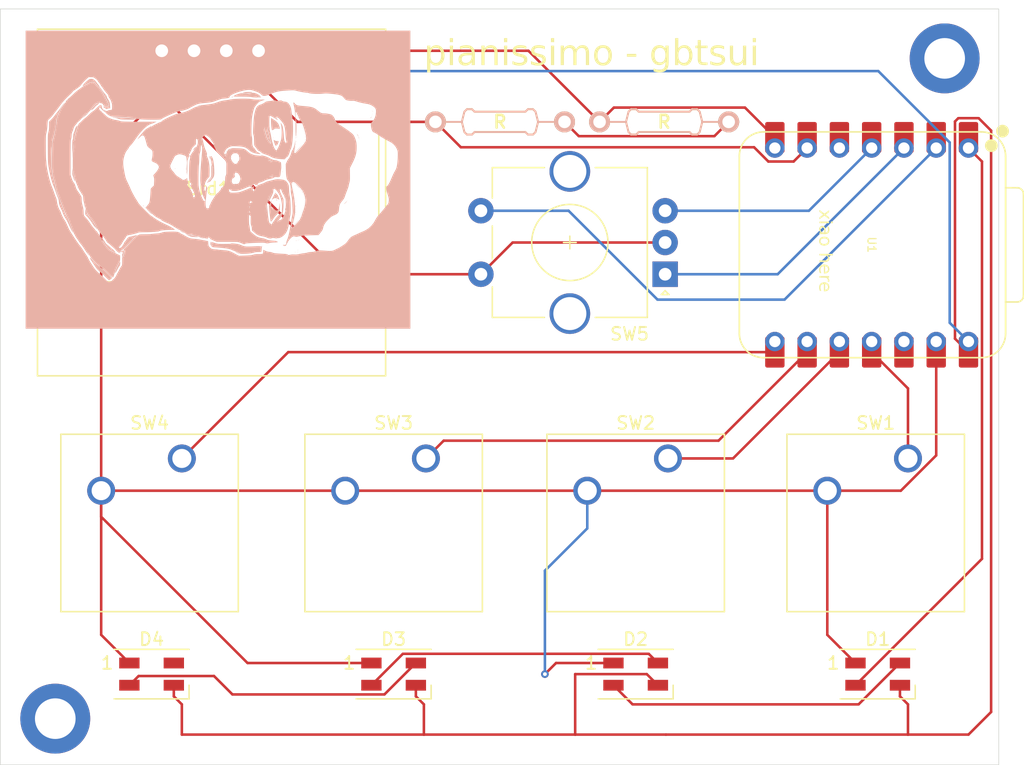
<source format=kicad_pcb>
(kicad_pcb (version 20240108) (generator "pcbnew") (generator_version "8.0")
  (layers (0 "F.Cu" signal) (31 "B.Cu" signal) (34 "B.Paste" user) (35 "F.Paste" user) (36 "B.SilkS" user "B.Silkscreen") (37 "F.SilkS" user "F.Silkscreen") (38 "B.Mask" user) (39 "F.Mask" user) (44 "Edge.Cuts" user))
  (net 0 "")
  (net 1 "GND")
  (net 2 "Net-(Brd1-SCL)")
  (net 3 "+3.3V")
  (net 4 "Net-(Brd1-SDA)")
  (net 5 "Net-(D1-DIN)")
  (net 6 "+5V")
  (net 7 "Net-(D1-DOUT)")
  (net 8 "Net-(D2-DOUT)")
  (net 9 "Net-(D3-DOUT)")
  (net 11 "Net-(U1-GPIO3_D10_MOSI)")
  (net 12 "Net-(U1-GPIO4_D9_MISO)")
  (net 13 "Net-(U1-GPIO2_D8_SCK)")
  (net 14 "Net-(U1-GPIO1_D7_CSn_RX)")
  (net 15 "Net-(U1-GPIO29_A3_D3)")
  (net 16 "Net-(U1-GPIO28_A2_D2)")
  (net 17 "Net-(U1-GPIO27_A1_D1)")
  (net 19 "unconnected-(U1-GPIO6_D4_SDA-Pad5)")
  (footprint "Library:XIAO-RP2040-DIP" (layer "F.Cu") (at 135.255 106.68 -90)
    (property "Reference" "U1" (at 0 0 -90) (layer "F.SilkS") (effects (font (size 0.635 0.635) (thickness 0.1016))))
    (property "Value" "XIAO-RP2040-SMD")
    (pad "1" smd roundrect (at -8.455 -7.62 90) (size 2.432 1.524) (layers "F.Cu" "F.Mask") (roundrect_rratio 0.1) (net 5 "Net-(D1-DIN)"))
    (pad "1" thru_hole circle (at -7.62 -7.62 90) (size 1.524 1.524) (drill 0.889) (layers "*.Cu" "*.Mask") (net 5 "Net-(D1-DIN)"))
    (pad "2" smd roundrect (at -8.455 -5.08 90) (size 2.432 1.524) (layers "F.Cu" "F.Mask") (roundrect_rratio 0.1) (net 17 "Net-(U1-GPIO27_A1_D1)"))
    (pad "2" thru_hole circle (at -7.62 -5.08 90) (size 1.524 1.524) (drill 0.889) (layers "*.Cu" "*.Mask") (net 17 "Net-(U1-GPIO27_A1_D1)"))
    (pad "3" smd roundrect (at -8.455 -2.54 90) (size 2.432 1.524) (layers "F.Cu" "F.Mask") (roundrect_rratio 0.1) (net 16 "Net-(U1-GPIO28_A2_D2)"))
    (pad "3" thru_hole circle (at -7.62 -2.54 90) (size 1.524 1.524) (drill 0.889) (layers "*.Cu" "*.Mask") (net 16 "Net-(U1-GPIO28_A2_D2)"))
    (pad "4" smd roundrect (at -8.455 0 90) (size 2.432 1.524) (layers "F.Cu" "F.Mask") (roundrect_rratio 0.1) (net 15 "Net-(U1-GPIO29_A3_D3)"))
    (pad "4" thru_hole circle (at -7.62 0 90) (size 1.524 1.524) (drill 0.889) (layers "*.Cu" "*.Mask") (net 15 "Net-(U1-GPIO29_A3_D3)"))
    (pad "5" smd roundrect (at -8.455 2.54 90) (size 2.432 1.524) (layers "F.Cu" "F.Mask") (roundrect_rratio 0.1) (net 19 "unconnected-(U1-GPIO6_D4_SDA-Pad5)"))
    (pad "5" thru_hole circle (at -7.62 2.54 90) (size 1.524 1.524) (drill 0.889) (layers "*.Cu" "*.Mask") (net 19 "unconnected-(U1-GPIO6_D4_SDA-Pad5)"))
    (pad "6" smd roundrect (at -8.455 5.08 90) (size 2.432 1.524) (layers "F.Cu" "F.Mask") (roundrect_rratio 0.1) (net 2 "Net-(Brd1-SCL)"))
    (pad "6" thru_hole circle (at -7.62 5.08 90) (size 1.524 1.524) (drill 0.889) (layers "*.Cu" "*.Mask") (net 2 "Net-(Brd1-SCL)"))
    (pad "7" smd roundrect (at -8.455 7.62 90) (size 2.432 1.524) (layers "F.Cu" "F.Mask") (roundrect_rratio 0.1) (net 4 "Net-(Brd1-SDA)"))
    (pad "7" thru_hole circle (at -7.62 7.62 90) (size 1.524 1.524) (drill 0.889) (layers "*.Cu" "*.Mask") (net 4 "Net-(Brd1-SDA)"))
    (pad "8" thru_hole circle (at 7.62 7.62 270) (size 1.524 1.524) (drill 0.889) (layers "*.Cu" "*.Mask") (net 14 "Net-(U1-GPIO1_D7_CSn_RX)"))
    (pad "8" smd roundrect (at 8.455 7.62 270) (size 2.432 1.524) (layers "F.Cu" "F.Mask") (roundrect_rratio 0.1) (net 14 "Net-(U1-GPIO1_D7_CSn_RX)"))
    (pad "9" thru_hole circle (at 7.62 5.08 270) (size 1.524 1.524) (drill 0.889) (layers "*.Cu" "*.Mask") (net 13 "Net-(U1-GPIO2_D8_SCK)"))
    (pad "9" smd roundrect (at 8.455 5.08 270) (size 2.432 1.524) (layers "F.Cu" "F.Mask") (roundrect_rratio 0.1) (net 13 "Net-(U1-GPIO2_D8_SCK)"))
    (pad "10" thru_hole circle (at 7.62 2.54 270) (size 1.524 1.524) (drill 0.889) (layers "*.Cu" "*.Mask") (net 12 "Net-(U1-GPIO4_D9_MISO)"))
    (pad "10" smd roundrect (at 8.455 2.54 270) (size 2.432 1.524) (layers "F.Cu" "F.Mask") (roundrect_rratio 0.1) (net 12 "Net-(U1-GPIO4_D9_MISO)"))
    (pad "11" thru_hole circle (at 7.62 0 270) (size 1.524 1.524) (drill 0.889) (layers "*.Cu" "*.Mask") (net 11 "Net-(U1-GPIO3_D10_MOSI)"))
    (pad "11" smd roundrect (at 8.455 0 270) (size 2.432 1.524) (layers "F.Cu" "F.Mask") (roundrect_rratio 0.1) (net 11 "Net-(U1-GPIO3_D10_MOSI)"))
    (pad "12" thru_hole circle (at 7.62 -2.54 270) (size 1.524 1.524) (drill 0.889) (layers "*.Cu" "*.Mask"))
    (pad "12" smd roundrect (at 8.455 -2.54 270) (size 2.432 1.524) (layers "F.Cu" "F.Mask") (roundrect_rratio 0.1))
    (pad "13" thru_hole circle (at 7.62 -5.08 270) (size 1.524 1.524) (drill 0.889) (layers "*.Cu" "*.Mask") (net 1 "GND"))
    (pad "13" smd roundrect (at 8.455 -5.08 270) (size 2.432 1.524) (layers "F.Cu" "F.Mask") (roundrect_rratio 0.1) (net 1 "GND"))
    (pad "14" thru_hole circle (at 7.62 -7.62 270) (size 1.524 1.524) (drill 0.889) (layers "*.Cu" "*.Mask") (net 6 "+5V"))
    (pad "14" smd roundrect (at 8.455 -7.62 270) (size 2.432 1.524) (layers "F.Cu" "F.Mask") (roundrect_rratio 0.1) (net 6 "+5V"))
  )
  (footprint "Keebio-Parts:Resistor" (layer "F.Cu") (at 118.92 97)
    (property "Reference" "R1" (hide yes))
    (property "Value" "R" (at 0 0 0) (layer "F.SilkS") (effects (font (thickness 0.2))))
    (pad "1" thru_hole circle (at -5.08 0) (size 1.651 1.651) (drill 0.9906) (layers "*.Cu" "*.SilkS" "*.Mask") (net 4 "Net-(Brd1-SDA)"))
    (pad "2" thru_hole circle (at 5.08 0) (size 1.651 1.651) (drill 0.9906) (layers "*.Cu" "*.SilkS" "*.Mask") (net 3 "+3.3V"))
  )
  (footprint "Library:SW_Cherry_MX1A_1.00u_PCB" (layer "F.Cu") (at 80.9625 123.5075)
    (property "Reference" "SW4" (at -2.54 -2.794 0) (layer "F.SilkS"))
    (property "Value" "SW_Push")
    (pad "" np_thru_hole circle (at -7.62 5.08) (size 1.7 1.7) (drill 1.7) (layers "*.Cu" "*.Mask"))
    (pad "" np_thru_hole circle (at -2.54 5.08) (size 4 4) (drill 4) (layers "*.Cu" "*.Mask"))
    (pad "" np_thru_hole circle (at 2.54 5.08) (size 1.7 1.7) (drill 1.7) (layers "*.Cu" "*.Mask"))
    (pad "1" thru_hole circle (at 0 0) (size 2.2 2.2) (drill 1.5) (layers "*.Cu" "*.Mask") (net 14 "Net-(U1-GPIO1_D7_CSn_RX)"))
    (pad "2" thru_hole circle (at -6.35 2.54) (size 2.2 2.2) (drill 1.5) (layers "*.Cu" "*.Mask") (net 1 "GND"))
  )
  (footprint "Library:LED_SK6812MINI_PLCC4_3.5x3.5mm_P1.75mm" (layer "F.Cu") (at 135.73125 140.49375)
    (property "Reference" "D1" (at 0 -2.75 0) (layer "F.SilkS"))
    (property "Value" "SK6812")
    (fp_text user "1" (at -3.5 -0.875 0) (layer "F.SilkS"))
    (pad "1" smd rect (at -1.75 -0.875) (size 1.6 0.85) (layers "F.Cu" "F.Paste" "F.Mask") (net 1 "GND"))
    (pad "2" smd rect (at -1.75 0.875) (size 1.6 0.85) (layers "F.Cu" "F.Paste" "F.Mask") (net 5 "Net-(D1-DIN)"))
    (pad "3" smd rect (at 1.75 0.875) (size 1.6 0.85) (layers "F.Cu" "F.Paste" "F.Mask") (net 6 "+5V"))
    (pad "4" smd rect (at 1.75 -0.875) (size 1.6 0.85) (layers "F.Cu" "F.Paste" "F.Mask") (net 7 "Net-(D1-DOUT)"))
  )
  (footprint "Library:SW_Cherry_MX1A_1.00u_PCB" (layer "F.Cu") (at 138.1125 123.5075)
    (property "Reference" "SW1" (at -2.54 -2.794 0) (layer "F.SilkS"))
    (property "Value" "SW_Push")
    (pad "" np_thru_hole circle (at -7.62 5.08) (size 1.7 1.7) (drill 1.7) (layers "*.Cu" "*.Mask"))
    (pad "" np_thru_hole circle (at -2.54 5.08) (size 4 4) (drill 4) (layers "*.Cu" "*.Mask"))
    (pad "" np_thru_hole circle (at 2.54 5.08) (size 1.7 1.7) (drill 1.7) (layers "*.Cu" "*.Mask"))
    (pad "1" thru_hole circle (at 0 0) (size 2.2 2.2) (drill 1.5) (layers "*.Cu" "*.Mask") (net 11 "Net-(U1-GPIO3_D10_MOSI)"))
    (pad "2" thru_hole circle (at -6.35 2.54) (size 2.2 2.2) (drill 1.5) (layers "*.Cu" "*.Mask") (net 1 "GND"))
  )
  (footprint "Library:128x64OLED" (layer "F.Cu") (at 83 102)
    (property "Reference" "Brd1" (at 0 0.254 0) (layer "F.SilkS"))
    (property "Value" "SSD1306")
    (pad "1" thru_hole oval (at -3.62 -10.6 90) (size 2 1.6) (drill 1) (layers "*.Cu" "*.Mask") (net 1 "GND"))
    (pad "2" thru_hole oval (at -1.08 -10.6 90) (size 2 1.6) (drill 1) (layers "*.Cu" "*.Mask") (net 6 "+5V"))
    (pad "3" thru_hole oval (at 1.46 -10.6 90) (size 2 1.6) (drill 1) (layers "*.Cu" "*.Mask") (net 2 "Net-(Brd1-SCL)"))
    (pad "4" thru_hole oval (at 4 -10.6 90) (size 2 1.6) (drill 1) (layers "*.Cu" "*.Mask") (net 4 "Net-(Brd1-SDA)"))
  )
  (footprint "Library:LED_SK6812MINI_PLCC4_3.5x3.5mm_P1.75mm" (layer "F.Cu") (at 78.58125 140.49375)
    (property "Reference" "D4" (at 0 -2.75 0) (layer "F.SilkS"))
    (property "Value" "SK6812")
    (fp_text user "1" (at -3.5 -0.875 0) (layer "F.SilkS"))
    (pad "1" smd rect (at -1.75 -0.875) (size 1.6 0.85) (layers "F.Cu" "F.Paste" "F.Mask") (net 1 "GND"))
    (pad "2" smd rect (at -1.75 0.875) (size 1.6 0.85) (layers "F.Cu" "F.Paste" "F.Mask") (net 9 "Net-(D3-DOUT)"))
    (pad "3" smd rect (at 1.75 0.875) (size 1.6 0.85) (layers "F.Cu" "F.Paste" "F.Mask") (net 6 "+5V"))
    (pad "4" smd rect (at 1.75 -0.875) (size 1.6 0.85) (layers "F.Cu" "F.Paste" "F.Mask"))
  )
  (footprint "Library:LED_SK6812MINI_PLCC4_3.5x3.5mm_P1.75mm" (layer "F.Cu") (at 97.63125 140.49375)
    (property "Reference" "D3" (at 0 -2.75 0) (layer "F.SilkS"))
    (property "Value" "SK6812")
    (fp_text user "1" (at -3.5 -0.875 0) (layer "F.SilkS"))
    (pad "1" smd rect (at -1.75 -0.875) (size 1.6 0.85) (layers "F.Cu" "F.Paste" "F.Mask") (net 1 "GND"))
    (pad "2" smd rect (at -1.75 0.875) (size 1.6 0.85) (layers "F.Cu" "F.Paste" "F.Mask") (net 8 "Net-(D2-DOUT)"))
    (pad "3" smd rect (at 1.75 0.875) (size 1.6 0.85) (layers "F.Cu" "F.Paste" "F.Mask") (net 6 "+5V"))
    (pad "4" smd rect (at 1.75 -0.875) (size 1.6 0.85) (layers "F.Cu" "F.Paste" "F.Mask") (net 9 "Net-(D3-DOUT)"))
  )
  (footprint "Library:SW_Cherry_MX1A_1.00u_PCB" (layer "F.Cu") (at 100.17125 123.5075)
    (property "Reference" "SW3" (at -2.54 -2.794 0) (layer "F.SilkS"))
    (property "Value" "SW_Push")
    (pad "" np_thru_hole circle (at -7.62 5.08) (size 1.7 1.7) (drill 1.7) (layers "*.Cu" "*.Mask"))
    (pad "" np_thru_hole circle (at -2.54 5.08) (size 4 4) (drill 4) (layers "*.Cu" "*.Mask"))
    (pad "" np_thru_hole circle (at 2.54 5.08) (size 1.7 1.7) (drill 1.7) (layers "*.Cu" "*.Mask"))
    (pad "1" thru_hole circle (at 0 0) (size 2.2 2.2) (drill 1.5) (layers "*.Cu" "*.Mask") (net 13 "Net-(U1-GPIO2_D8_SCK)"))
    (pad "2" thru_hole circle (at -6.35 2.54) (size 2.2 2.2) (drill 1.5) (layers "*.Cu" "*.Mask") (net 1 "GND"))
  )
  (footprint "Library:RotaryEncoder_Alps_EC11E-Switch_Vertical_H20mm_CircularMountingHoles" (layer "F.Cu") (at 119 109 180)
    (property "Reference" "SW5" (at 2.8 -4.7 180) (layer "F.SilkS"))
    (property "Value" "RotaryEncoder_Switch")
    (pad "A" thru_hole rect (at 0 0 180) (size 2 2) (drill 1) (layers "*.Cu" "*.Mask") (net 16 "Net-(U1-GPIO28_A2_D2)"))
    (pad "B" thru_hole circle (at 0 5 180) (size 2 2) (drill 1) (layers "*.Cu" "*.Mask") (net 15 "Net-(U1-GPIO29_A3_D3)"))
    (pad "C" thru_hole circle (at 0 2.5 180) (size 2 2) (drill 1) (layers "*.Cu" "*.Mask") (net 1 "GND"))
    (pad "MP" thru_hole circle (at 7.5 -3.1 180) (size 3.2 3.2) (drill 2.6) (layers "*.Cu" "*.Mask"))
    (pad "MP" thru_hole circle (at 7.5 8.1 180) (size 3.2 3.2) (drill 2.6) (layers "*.Cu" "*.Mask"))
    (pad "S1" thru_hole circle (at 14.5 5 180) (size 2 2) (drill 1) (layers "*.Cu" "*.Mask") (net 17 "Net-(U1-GPIO27_A1_D1)"))
    (pad "S2" thru_hole circle (at 14.5 0 180) (size 2 2) (drill 1) (layers "*.Cu" "*.Mask") (net 1 "GND"))
  )
  (footprint "Library:LED_SK6812MINI_PLCC4_3.5x3.5mm_P1.75mm" (layer "F.Cu") (at 116.68125 140.49375)
    (property "Reference" "D2" (at 0 -2.75 0) (layer "F.SilkS"))
    (property "Value" "SK6812")
    (fp_text user "1" (at -3.5 -0.875 0) (layer "F.SilkS"))
    (pad "1" smd rect (at -1.75 -0.875) (size 1.6 0.85) (layers "F.Cu" "F.Paste" "F.Mask") (net 1 "GND"))
    (pad "2" smd rect (at -1.75 0.875) (size 1.6 0.85) (layers "F.Cu" "F.Paste" "F.Mask") (net 7 "Net-(D1-DOUT)"))
    (pad "3" smd rect (at 1.75 0.875) (size 1.6 0.85) (layers "F.Cu" "F.Paste" "F.Mask") (net 6 "+5V"))
    (pad "4" smd rect (at 1.75 -0.875) (size 1.6 0.85) (layers "F.Cu" "F.Paste" "F.Mask") (net 8 "Net-(D2-DOUT)"))
  )
  (footprint "Keebio-Parts:MountingHole_3.2mm_M3_ISO14580_Pad" (layer "F.Cu") (at 71 144)
    (property "Reference" "REF**")
    (property "Value" "MountingHole_3.2mm_M3_ISO14580_Pad" (hide yes))
    (pad "1" thru_hole circle (at 0 0) (size 5.5 5.5) (drill 3.2) (layers "*.Cu" "*.Mask"))
  )
  (footprint "Keebio-Parts:MountingHole_3.2mm_M3_ISO14580_Pad" (layer "F.Cu") (at 141 92)
    (property "Reference" "REF**")
    (property "Value" "MountingHole_3.2mm_M3_ISO14580_Pad" (hide yes))
    (pad "1" thru_hole circle (at 0 0) (size 5.5 5.5) (drill 3.2) (layers "*.Cu" "*.Mask"))
  )
  (footprint "Keebio-Parts:Resistor" (layer "F.Cu") (at 106 97)
    (property "Reference" "R2" (hide yes))
    (property "Value" "R" (at 0 0 0) (layer "F.SilkS") (effects (font (thickness 0.2))))
    (pad "1" thru_hole circle (at -5.08 0) (size 1.651 1.651) (drill 0.9906) (layers "*.Cu" "*.SilkS" "*.Mask") (net 2 "Net-(Brd1-SCL)"))
    (pad "2" thru_hole circle (at 5.08 0) (size 1.651 1.651) (drill 0.9906) (layers "*.Cu" "*.SilkS" "*.Mask") (net 3 "+3.3V"))
  )
  (footprint "Library:SW_Cherry_MX1A_1.00u_PCB" (layer "F.Cu") (at 119.22125 123.5075)
    (property "Reference" "SW2" (at -2.54 -2.794 0) (layer "F.SilkS"))
    (property "Value" "SW_Push")
    (pad "" np_thru_hole circle (at -7.62 5.08) (size 1.7 1.7) (drill 1.7) (layers "*.Cu" "*.Mask"))
    (pad "" np_thru_hole circle (at -2.54 5.08) (size 4 4) (drill 4) (layers "*.Cu" "*.Mask"))
    (pad "" np_thru_hole circle (at 2.54 5.08) (size 1.7 1.7) (drill 1.7) (layers "*.Cu" "*.Mask"))
    (pad "1" thru_hole circle (at 0 0) (size 2.2 2.2) (drill 1.5) (layers "*.Cu" "*.Mask") (net 12 "Net-(U1-GPIO4_D9_MISO)"))
    (pad "2" thru_hole circle (at -6.35 2.54) (size 2.2 2.2) (drill 1.5) (layers "*.Cu" "*.Mask") (net 1 "GND"))
  )
  (footprint "LOGO" (layer "B.Cu") (at 87 102 90)
    (property "Reference" "G***" (at 0 0 90) (layer "B.SilkS") (effects (font (size 1.5 1.5) (thickness 0.3)) (justify mirror)))
    (property "Value" "LOGO" (hide yes))
  )
  (gr_rect (start 66.675 88.10625) (end 145.25625 147.6375) (stroke (width 0.05)) (fill none) (layer "Edge.Cuts"))
  (gr_text "pianissimo - gbtsui" (at 100.0125 92.86875 0) (layer "F.SilkS") (effects (font (size 2 2)) (justify left bottom)))
  (gr_text "xiao here" (at 130.96875 107.15625 270) (layer "F.SilkS") (effects (font (size 1 1)) (justify bottom)))
  (segment (start 93.490101 109) (end 79.38 94.889899) (width 0.2) (layer "F.Cu") (net 1))
  (segment (start 79.38 94.889899) (end 74.6125 99.657399) (width 0.2) (layer "F.Cu") (net 1))
  (segment (start 140.335 123.264899) (end 137.552399 126.0475) (width 0.2) (layer "F.Cu") (net 1))
  (segment (start 110.4125 139.61875) (end 109.5375 140.49375) (width 0.2) (layer "F.Cu") (net 1))
  (segment (start 119 106.5) (end 107 106.5) (width 0.2) (layer "F.Cu") (net 1))
  (segment (start 104.5 109) (end 93.490101 109) (width 0.2) (layer "F.Cu") (net 1))
  (segment (start 79.38 94.889899) (end 79.38 91.4) (width 0.2) (layer "F.Cu") (net 1))
  (segment (start 74.6125 99.657399) (end 74.6125 126.0475) (width 0.2) (layer "F.Cu") (net 1))
  (segment (start 95.88125 139.61875) (end 86.130348 139.61875) (width 0.2) (layer "F.Cu") (net 1))
  (segment (start 74.6125 128.100902) (end 74.6125 126.0475) (width 0.2) (layer "F.Cu") (net 1))
  (segment (start 76.83125 139.61875) (end 74.6125 137.4) (width 0.2) (layer "F.Cu") (net 1))
  (segment (start 112.87125 126.0475) (end 93.82125 126.0475) (width 0.2) (layer "F.Cu") (net 1))
  (segment (start 140.335 115.135) (end 140.335 123.264899) (width 0.2) (layer "F.Cu") (net 1))
  (segment (start 74.6125 137.4) (end 74.6125 126.0475) (width 0.2) (layer "F.Cu") (net 1))
  (segment (start 93.82125 126.0475) (end 74.6125 126.0475) (width 0.2) (layer "F.Cu") (net 1))
  (segment (start 114.93125 139.61875) (end 110.4125 139.61875) (width 0.2) (layer "F.Cu") (net 1))
  (segment (start 86.130348 139.61875) (end 74.6125 128.100902) (width 0.2) (layer "F.Cu") (net 1))
  (segment (start 107 106.5) (end 104.5 109) (width 0.2) (layer "F.Cu") (net 1))
  (segment (start 137.552399 126.0475) (end 131.7625 126.0475) (width 0.2) (layer "F.Cu") (net 1))
  (segment (start 131.7625 137.4) (end 131.7625 126.0475) (width 0.2) (layer "F.Cu") (net 1))
  (segment (start 133.98125 139.61875) (end 131.7625 137.4) (width 0.2) (layer "F.Cu") (net 1))
  (segment (start 131.7625 126.0475) (end 112.87125 126.0475) (width 0.2) (layer "F.Cu") (net 1))
  (via (at 109.5375 140.49375) (size 0.6) (drill 0.3) (layers "F.Cu" "B.Cu") (net 1))
  (segment (start 109.5375 140.49375) (end 109.5375 132.348306) (width 0.2) (layer "B.Cu") (net 1))
  (segment (start 109.5375 132.348306) (end 112.87125 129.014556) (width 0.2) (layer "B.Cu") (net 1))
  (segment (start 112.87125 129.014556) (end 112.87125 126.0475) (width 0.2) (layer "B.Cu") (net 1))
  (segment (start 102.92 99) (end 126 99) (width 0.2) (layer "F.Cu") (net 2))
  (segment (start 90.06 97) (end 100.92 97) (width 0.2) (layer "F.Cu") (net 2))
  (segment (start 130.175 97.98237) (end 130.175 99.06) (width 0.2) (layer "F.Cu") (net 2))
  (segment (start 129.113 100.122) (end 130.175 99.06) (width 0.2) (layer "F.Cu") (net 2))
  (segment (start 84.46 91.4) (end 90.06 97) (width 0.2) (layer "F.Cu") (net 2))
  (segment (start 126 99) (end 127.122 100.122) (width 0.2) (layer "F.Cu") (net 2))
  (segment (start 100.92 97) (end 102.92 99) (width 0.2) (layer "F.Cu") (net 2))
  (segment (start 127.122 100.122) (end 129.113 100.122) (width 0.2) (layer "F.Cu") (net 2))
  (segment (start 122.8745 98.1255) (end 124 97) (width 0.2) (layer "F.Cu") (net 3))
  (segment (start 112.2055 98.1255) (end 122.8745 98.1255) (width 0.2) (layer "F.Cu") (net 3))
  (segment (start 111.08 97) (end 112.2055 98.1255) (width 0.2) (layer "F.Cu") (net 3))
  (segment (start 114.9655 95.8745) (end 125.2845 95.8745) (width 0.2) (layer "F.Cu") (net 4))
  (segment (start 113.84 97) (end 114.9655 95.8745) (width 0.2) (layer "F.Cu") (net 4))
  (segment (start 125.2845 95.8745) (end 127.635 98.225) (width 0.2) (layer "F.Cu") (net 4))
  (segment (start 108.24 91.4) (end 113.84 97) (width 0.2) (layer "F.Cu") (net 4))
  (segment (start 87 91.4) (end 108.24 91.4) (width 0.2) (layer "F.Cu") (net 4))
  (segment (start 143.937 100.122) (end 142.875 99.06) (width 0.2) (layer "F.Cu") (net 5))
  (segment (start 133.98125 141.36875) (end 143.937 131.413) (width 0.2) (layer "F.Cu") (net 5))
  (segment (start 143.937 131.413) (end 143.937 100.122) (width 0.2) (layer "F.Cu") (net 5))
  (segment (start 144.65625 97.689036) (end 144.65625 143.475) (width 0.2) (layer "F.Cu") (net 6))
  (segment (start 138.1125 145.25625) (end 119.0625 145.25625) (width 0.2) (layer "F.Cu") (net 6))
  (segment (start 80.9625 142.875) (end 80.33125 142.24375) (width 0.2) (layer "F.Cu") (net 6))
  (segment (start 80.33125 142.24375) (end 80.33125 141.36875) (width 0.2) (layer "F.Cu") (net 6))
  (segment (start 100.0125 145.25625) (end 80.9625 145.25625) (width 0.2) (layer "F.Cu") (net 6))
  (segment (start 142.073786 96.709) (end 143.676214 96.709) (width 0.2) (layer "F.Cu") (net 6))
  (segment (start 142.875 145.25625) (end 138.1125 145.25625) (width 0.2) (layer "F.Cu") (net 6))
  (segment (start 119.0625 145.25625) (end 111.91875 145.25625) (width 0.2) (layer "F.Cu") (net 6))
  (segment (start 80.9625 145.25625) (end 80.9625 142.875) (width 0.2) (layer "F.Cu") (net 6))
  (segment (start 100.0125 142.875) (end 99.38125 142.24375) (width 0.2) (layer "F.Cu") (net 6))
  (segment (start 141.813 114.073) (end 141.813 96.969786) (width 0.2) (layer "F.Cu") (net 6))
  (segment (start 143.676214 96.709) (end 144.65625 97.689036) (width 0.2) (layer "F.Cu") (net 6))
  (segment (start 138.1125 142.875) (end 137.48125 142.24375) (width 0.2) (layer "F.Cu") (net 6))
  (segment (start 111.91875 145.25625) (end 100.0125 145.25625) (width 0.2) (layer "F.Cu") (net 6))
  (segment (start 142.875 115.135) (end 141.813 114.073) (width 0.2) (layer "F.Cu") (net 6))
  (segment (start 137.48125 142.24375) (end 137.48125 141.36875) (width 0.2) (layer "F.Cu") (net 6))
  (segment (start 118.43125 141.36875) (end 117.55625 140.49375) (width 0.2) (layer "F.Cu") (net 6))
  (segment (start 117.55625 140.49375) (end 111.91875 140.49375) (width 0.2) (layer "F.Cu") (net 6))
  (segment (start 144.65625 143.475) (end 142.875 145.25625) (width 0.2) (layer "F.Cu") (net 6))
  (segment (start 138.1125 145.25625) (end 138.1125 142.875) (width 0.2) (layer "F.Cu") (net 6))
  (segment (start 100.0125 145.25625) (end 100.0125 142.875) (width 0.2) (layer "F.Cu") (net 6))
  (segment (start 99.38125 142.24375) (end 99.38125 141.36875) (width 0.2) (layer "F.Cu") (net 6))
  (segment (start 111.91875 140.49375) (end 111.91875 145.25625) (width 0.2) (layer "F.Cu") (net 6))
  (segment (start 141.813 96.969786) (end 142.073786 96.709) (width 0.2) (layer "F.Cu") (net 6))
  (segment (start 141.397 112.822) (end 142.875 114.3) (width 0.2) (layer "B.Cu") (net 6))
  (segment (start 141.397 98.620105) (end 141.397 112.822) (width 0.2) (layer "B.Cu") (net 6))
  (segment (start 135.776895 93) (end 141.397 98.620105) (width 0.2) (layer "B.Cu") (net 6))
  (segment (start 83.52 93) (end 135.776895 93) (width 0.2) (layer "B.Cu") (net 6))
  (segment (start 81.92 91.4) (end 83.52 93) (width 0.2) (layer "B.Cu") (net 6))
  (segment (start 114.93125 141.36875) (end 116.4375 142.875) (width 0.2) (layer "F.Cu") (net 7))
  (segment (start 116.4375 142.875) (end 134.225 142.875) (width 0.2) (layer "F.Cu") (net 7))
  (segment (start 134.225 142.875) (end 137.48125 139.61875) (width 0.2) (layer "F.Cu") (net 7))
  (segment (start 117.70625 138.89375) (end 98.35625 138.89375) (width 0.2) (layer "F.Cu") (net 8))
  (segment (start 118.43125 139.61875) (end 117.70625 138.89375) (width 0.2) (layer "F.Cu") (net 8))
  (segment (start 98.35625 138.89375) (end 95.88125 141.36875) (width 0.2) (layer "F.Cu") (net 8))
  (segment (start 99.38125 139.61875) (end 96.90625 142.09375) (width 0.2) (layer "F.Cu") (net 9))
  (segment (start 77.55625 140.64375) (end 76.83125 141.36875) (width 0.2) (layer "F.Cu") (net 9))
  (segment (start 96.90625 142.09375) (end 84.94375 142.09375) (width 0.2) (layer "F.Cu") (net 9))
  (segment (start 84.94375 142.09375) (end 83.49375 140.64375) (width 0.2) (layer "F.Cu") (net 9))
  (segment (start 83.49375 140.64375) (end 77.55625 140.64375) (width 0.2) (layer "F.Cu") (net 9))
  (segment (start 138.1125 117.9925) (end 135.255 115.135) (width 0.2) (layer "F.Cu") (net 11))
  (segment (start 138.1125 123.5075) (end 138.1125 117.9925) (width 0.2) (layer "F.Cu") (net 11))
  (segment (start 119.22125 123.5075) (end 124.3425 123.5075) (width 0.2) (layer "F.Cu") (net 12))
  (segment (start 124.3425 123.5075) (end 132.715 115.135) (width 0.2) (layer "F.Cu") (net 12))
  (segment (start 100.17125 123.5075) (end 101.57125 122.1075) (width 0.2) (layer "F.Cu") (net 13))
  (segment (start 101.57125 122.1075) (end 123.2025 122.1075) (width 0.2) (layer "F.Cu") (net 13))
  (segment (start 123.2025 122.1075) (end 130.175 115.135) (width 0.2) (layer "F.Cu") (net 13))
  (segment (start 89.335 115.135) (end 127.635 115.135) (width 0.2) (layer "F.Cu") (net 14))
  (segment (start 80.9625 123.5075) (end 89.335 115.135) (width 0.2) (layer "F.Cu") (net 14))
  (segment (start 119 104) (end 130.315 104) (width 0.2) (layer "B.Cu") (net 15))
  (segment (start 130.315 104) (end 135.255 99.06) (width 0.2) (layer "B.Cu") (net 15))
  (segment (start 127.855 109) (end 137.795 99.06) (width 0.2) (layer "B.Cu") (net 16))
  (segment (start 119 109) (end 127.855 109) (width 0.2) (layer "B.Cu") (net 16))
  (segment (start 118.4 111) (end 128.395 111) (width 0.2) (layer "B.Cu") (net 17))
  (segment (start 104.5 104) (end 111.4 104) (width 0.2) (layer "B.Cu") (net 17))
  (segment (start 111.4 104) (end 118.4 111) (width 0.2) (layer "B.Cu") (net 17))
  (segment (start 128.395 111) (end 140.335 99.06) (width 0.2) (layer "B.Cu") (net 17))
  (segment (start 132.715 97.98237) (end 132.715 99.06) (width 0.2) (layer "F.Cu") (net 19))
)
</source>
